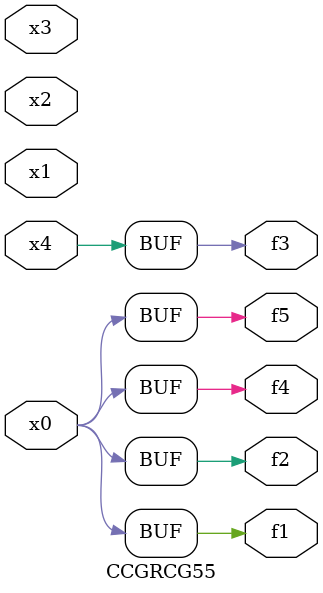
<source format=v>
module CCGRCG55(
	input x0, x1, x2, x3, x4,
	output f1, f2, f3, f4, f5
);
	assign f1 = x0;
	assign f2 = x0;
	assign f3 = x4;
	assign f4 = x0;
	assign f5 = x0;
endmodule

</source>
